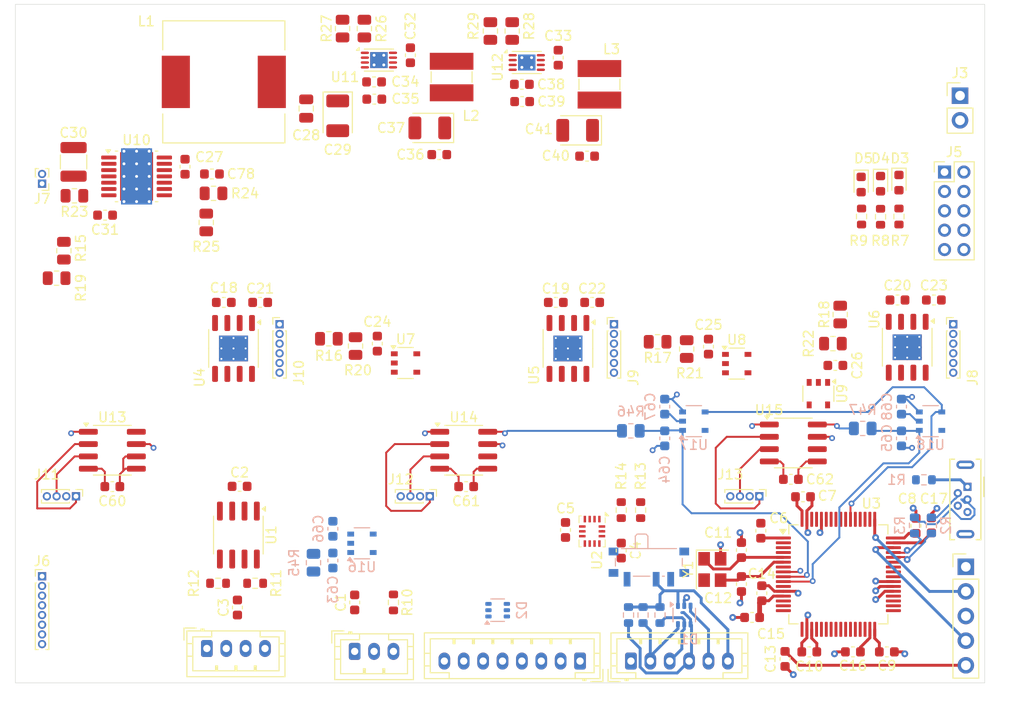
<source format=kicad_pcb>
(kicad_pcb (version 20240108) (generator "pcbnew") (generator_version "8.0")
  (title_block (comment 2 "BREKESHEV BAKTIYAR"))
  (layers (0 "F.Cu" signal) (1 "In1.Cu" signal) (2 "In2.Cu" signal) (31 "B.Cu" signal) (34 "B.Paste" user) (35 "F.Paste" user) (36 "B.SilkS" user "B.Silkscreen") (37 "F.SilkS" user "F.Silkscreen") (38 "B.Mask" user) (39 "F.Mask" user) (44 "Edge.Cuts" user))
  (net 0 "")
  (net 1 "/MCU/SERVO")
  (net 2 "GND")
  (net 3 "+5V")
  (net 4 "Net-(C3-Pad1)")
  (net 5 "VCC")
  (net 6 "Net-(U3-PH0-OSC_IN)")
  (net 7 "Net-(U3-PH1-OSC_OUT)")
  (net 8 "NRST")
  (net 9 "Net-(U3-VCAP1)")
  (net 10 "Net-(U3-VCAP2)")
  (net 11 "/Mosfet driver/HS1")
  (net 12 "Net-(U4-HB)")
  (net 13 "Net-(U5-HB)")
  (net 14 "/Mosfet driver/HS2")
  (net 15 "Net-(U6-HB)")
  (net 16 "/Mosfet driver/HS3")
  (net 17 "+12V")
  (net 18 "Net-(U7-IO_XA)")
  (net 19 "/MCU/VOLTAGE_1")
  (net 20 "Net-(U8-IO_XA)")
  (net 21 "/MCU/VOLTAGE_2")
  (net 22 "Net-(U9-IO_XA)")
  (net 23 "/MCU/VOLTAGE_3")
  (net 24 "Net-(C27-Pad2)")
  (net 25 "Net-(U10-BST)")
  (net 26 "V_IN")
  (net 27 "Net-(U10-SS)")
  (net 28 "Net-(U11-SW)")
  (net 29 "Net-(U11-BOOST)")
  (net 30 "Net-(U12-BOOST)")
  (net 31 "Net-(U12-SW)")
  (net 32 "Net-(U11-VCC)")
  (net 33 "Net-(U12-VCC)")
  (net 34 "/MCU/CURRENT_1")
  (net 35 "/MCU/CURRENT_2")
  (net 36 "/MCU/CURRENT_3")
  (net 37 "Net-(U16-IO_YA)")
  (net 38 "Net-(U17-IO_YA)")
  (net 39 "Net-(U18-IO_YA)")
  (net 40 "/MCU/ADC_TEMP")
  (net 41 "/MCU/ADC_TEMP2")
  (net 42 "/MCU/ADC_TEMP3")
  (net 43 "Net-(U10-VCC)")
  (net 44 "/MCU/HALL_1")
  (net 45 "Net-(P4-Pin_6)")
  (net 46 "/MCU/HALL_3")
  (net 47 "/MCU/TEMP_MOTOR")
  (net 48 "/MCU/HALL_2")
  (net 49 "/MCU/MISO_ADC_EXT2")
  (net 50 "/MCU/RX_SDA_NSS")
  (net 51 "/MCU/ADC_15")
  (net 52 "/MCU/TX_SCL_MOSI")
  (net 53 "/MCU/SCK_ADC_EXT")
  (net 54 "Net-(D3-A)")
  (net 55 "Net-(D4-A)")
  (net 56 "Net-(D5-A)")
  (net 57 "/Mosfet driver/HO1")
  (net 58 "/Mosfet driver/HO2")
  (net 59 "/Mosfet driver/HO3")
  (net 60 "/Mosfet driver/LO1")
  (net 61 "/Mosfet driver/LO2")
  (net 62 "/Mosfet driver/LO3")
  (net 63 "/CAN bus transceiver/CANL")
  (net 64 "/CAN bus transceiver/CANH")
  (net 65 "Net-(J4-Pin_3)")
  (net 66 "PB12")
  (net 67 "PA15")
  (net 68 "PB4")
  (net 69 "PB3")
  (net 70 "PB2")
  (net 71 "PC13")
  (net 72 "PC14")
  (net 75 "PC15")
  (net 76 "SWCLK")
  (net 77 "SWDIO")
  (net 78 "Net-(USB1-VBUS)")
  (net 79 "/MCU/LED_RED")
  (net 80 "/MCU/LED_GREEN")
  (net 81 "/MCU/AN_IN")
  (net 82 "Net-(U10-RON)")
  (net 83 "Net-(U10-FB)")
  (net 84 "Net-(U11-V_FB)")
  (net 85 "Net-(U12-V_FB)")
  (net 86 "/Power MOSFETS/C_A")
  (net 87 "/Power MOSFETS/C_B")
  (net 88 "/Power MOSFETS/C_C")
  (net 89 "/CAN bus transceiver/CAN_TX")
  (net 90 "/CAN bus transceiver/CAN_RX")
  (net 97 "/MCU/H1")
  (net 98 "/MCU/L1")
  (net 99 "/MCU/PC12")
  (net 100 "/MCU/PC11_UART_RX")
  (net 101 "/MCU/H3")
  (net 102 "/MCU/L2")
  (net 103 "/MCU/CURR_FILTER")
  (net 104 "/MCU/PC9")
  (net 105 "/MCU/H2")
  (net 106 "/MCU/PC10_UART_TX")
  (net 107 "/MCU/L3")
  (net 109 "Net-(J11-Pin_1)")
  (net 110 "Net-(J11-Pin_3)")
  (net 111 "Net-(J12-Pin_1)")
  (net 112 "Net-(J12-Pin_3)")
  (net 113 "Net-(J13-Pin_1)")
  (net 114 "Net-(J13-Pin_3)")
  (net 115 "/MCU/USB_D+")
  (net 116 "/MCU/USB_D-")
  (net 117 "/USB_+")
  (net 118 "/USB_-")
  (footprint "Resistor_SMD:R_0603_1608Metric" (layer "F.Cu") (at 120.9 209.3875 -90)
    (property "Reference" "R7")
    (property "Value" "100R")
  )
  (footprint "Resistor_SMD:R_0805_2012Metric" (layer "F.Cu") (at 64.8375 222.75 -90)
    (property "Reference" "R20")
    (property "Value" "2k2")
  )
  (footprint "Capacitor_SMD:C_0603_1608Metric" (layer "F.Cu") (at 64.75 249.2 90)
    (property "Reference" "C1")
    (property "Value" "100n")
  )
  (footprint "Capacitor_SMD:C_0603_1608Metric" (layer "F.Cu") (at 92.25 243.85 90)
    (property "Reference" "C4")
    (property "Value" "100n")
  )
  (footprint "Connector_PinHeader_1.00mm:PinHeader_1x06_P1.00mm_Vertical" (layer "F.Cu") (at 91.5 220.5)
    (property "Reference" "J9")
    (property "Value" "GATE_PH_B")
  )
  (footprint "Resistor_SMD:R_0805_2012Metric" (layer "F.Cu") (at 63.5 190 90)
    (property "Reference" "R27")
    (property "Value" "10k")
  )
  (footprint "Capacitor_SMD:C_0603_1608Metric" (layer "F.Cu") (at 55 218.25)
    (property "Reference" "C21")
    (property "Value" "2.2u")
  )
  (footprint "Capacitor_SMD:C_0603_1608Metric" (layer "F.Cu") (at 47.25 204.25 90)
    (property "Reference" "C27")
    (property "Value" "100n")
  )
  (footprint "Package_LGA:Bosch_LGA-14_3x2.5mm_P0.5mm" (layer "F.Cu") (at 89.245 241.865 -90)
    (property "Reference" "U2")
    (property "Value" "BMI160")
  )
  (footprint "Package_SO:SOIC-8_3.9x4.9mm_P1.27mm" (layer "F.Cu") (at 39.75 233.5)
    (property "Reference" "U13")
    (property "Value" "INA240")
  )
  (footprint "Package_SO:SOIC-8_3.9x4.9mm_P1.27mm" (layer "F.Cu") (at 110 232.75)
    (property "Reference" "U15")
    (property "Value" "INA240")
  )
  (footprint "Capacitor_SMD:C_0603_1608Metric" (layer "F.Cu") (at 105.75 250.75)
    (property "Reference" "C15")
    (property "Value" "2.2u")
  )
  (footprint "Capacitor_SMD:C_0603_1608Metric" (layer "F.Cu") (at 82 195.75)
    (property "Reference" "C38")
    (property "Value" "2.2u")
  )
  (footprint "Capacitor_SMD:C_1210_3225Metric" (layer "F.Cu") (at 35.75 203.75 90)
    (property "Reference" "C30")
    (property "Value" "4.7u_100V")
  )
  (footprint "Capacitor_Tantalum_SMD:CP_EIA-3528-15_AVX-H" (layer "F.Cu") (at 72.5 200.25 180)
    (property "Reference" "C37")
    (property "Value" "100u")
  )
  (footprint "Capacitor_SMD:C_0603_1608Metric" (layer "F.Cu") (at 120.75 218 180)
    (property "Reference" "C20")
    (property "Value" "100n")
  )
  (footprint "Crystal:Crystal_SMD_3225-4Pin_3.2x2.5mm" (layer "F.Cu") (at 101.65 245.8 -90)
    (property "Reference" "Y1")
    (property "Value" "8M")
  )
  (footprint "Package_SO:Infineon_PG-DSO-8-27_3.9x4.9mm_EP2.65x3mm_ThermalVias" (layer "F.Cu") (at 86.75 223 -90)
    (property "Reference" "U5")
    (property "Value" "UCC2721x")
  )
  (footprint "Capacitor_SMD:C_0603_1608Metric" (layer "F.Cu") (at 111.65 254.3)
    (property "Reference" "C10")
    (property "Value" "2.2u")
  )
  (footprint "Resistor_SMD:R_0603_1608Metric" (layer "F.Cu") (at 119 209.4125 -90)
    (property "Reference" "R8")
    (property "Value" "100R")
  )
  (footprint "Resistor_SMD:R_0805_2012Metric" (layer "F.Cu") (at 114.0875 222.5 180)
    (property "Reference" "R22")
    (property "Value" "2k2")
  )
  (footprint "Connector_PinHeader_1.00mm:PinHeader_1x04_P1.00mm_Vertical" (layer "F.Cu") (at 106.5 238.25 -90)
    (property "Reference" "J13")
    (property "Value" "CURR_SENS_PH_C")
  )
  (footprint "Connector_PinHeader_1.00mm:PinHeader_1x08_P1.00mm_Vertical" (layer "F.Cu") (at 32.5 246.5)
    (property "Reference" "J6")
    (property "Value" "TEMP_SENS")
  )
  (footprint "Package_DFN_QFN:TDFN-8-1EP_3x2mm_P0.5mm_EP1.80x1.65mm_ThermalVias" (layer "F.Cu") (at 82.5 193.5)
    (property "Reference" "U12")
    (property "Value" "MCP16311/2")
  )
  (footprint "Capacitor_SMD:C_0603_1608Metric" (layer "F.Cu") (at 85.75 193 -90)
    (property "Reference" "C33")
    (property "Value" "100n")
  )
  (footprint "Resistor_SMD:R_0805_2012Metric" (layer "F.Cu") (at 49.4375 210 90)
    (property "Reference" "R25")
    (property "Value" "2k")
  )
  (footprint "Capacitor_SMD:C_0603_1608Metric" (layer "F.Cu") (at 106.65 241.8 -90)
    (property "Reference" "C6")
    (property "Value" "2.2u")
  )
  (footprint "Connector_USB:USB_Micro-B_Wuerth_614105150721_Vertical" (layer "F.Cu") (at 127.97 237.275 -90)
    (property "Reference" "USB1" (hide yes))
    (property "Value" "USB Micro  U-D-M5DD-W-1")
  )
  (footprint "Capacitor_SMD:C_0603_1608Metric" (layer "F.Cu") (at 124.25 241.25 90)
    (property "Reference" "C17")
    (property "Value" "2.2u")
  )
  (footprint "Capacitor_SMD:C_0603_1608Metric" (layer "F.Cu") (at 85.5 218.25 180)
    (property "Reference" "C19")
    (property "Value" "100n")
  )
  (footprint "Connector_PinHeader_2.54mm:PinHeader_1x05_P2.54mm_Vertical" (layer "F.Cu") (at 127.8 245.525)
    (property "Reference" "P5" (hide yes))
    (property "Value" "SWD")
  )
  (footprint "Package_SO:TSOP-5_1.65x3.05mm_P0.95mm" (layer "F.Cu") (at 104.1625 224.56)
    (property "Reference" "U8")
    (property "Value" "MC74VHC1GT66")
  )
  (footprint "Capacitor_SMD:C_0603_1608Metric" (layer "F.Cu") (at 52.88 237.225)
    (property "Reference" "C2")
    (property "Value" "0.1u")
  )
  (footprint "Connector_PinHeader_1.00mm:PinHeader_1x06_P1.00mm_Vertical" (layer "F.Cu") (at 126.5 220.5)
    (property "Reference" "J8")
    (property "Value" "GATE_PH_C")
  )
  (footprint "Package_SO:HTSSOP-14-1EP_4.4x5mm_P0.65mm_EP3.4x5mm_Mask3x3.1mm_ThermalVias" (layer "F.Cu") (at 42.25 205.25)
    (property "Reference" "U10")
    (property "Value" "LM5161")
  )
  (footprint "Package_QFP:LQFP-64_10x10mm_P0.5mm" (layer "F.Cu") (at 114.65 246.3)
    (property "Reference" "U3")
    (property "Value" "STM32F405RGT6")
  )
  (footprint "Connector_PinHeader_1.00mm:PinHeader_1x02_P1.00mm_Vertical" (layer "F.Cu") (at 32.5 206 180)
    (property "Reference" "J7")
    (property "Value" "V_IN")
  )
  (footprint "Resistor_SMD:R_0805_2012Metric" (layer "F.Cu") (at 99 223.06 -90)
    (property "Reference" "R21")
    (property "Value" "2k2")
  )
  (footprint "Resistor_SMD:R_0805_2012Metric" (layer "F.Cu") (at 50.1875 207)
    (property "Reference" "R24")
    (property "Value" "10k")
  )
  (footprint "Connector_JST:JST_PH_B8B-PH-K_1x08_P2.00mm_Vertical" (layer "F.Cu") (at 88 255.25 180)
    (property "Reference" "J2" (hide yes))
    (property "Value" "Conn_01x08")
  )
  (footprint "Capacitor_SMD:C_0603_1608Metric" (layer "F.Cu") (at 104.65 243.8 90)
    (property "Reference" "C11")
    (property "Value" "15p")
  )
  (footprint "Resistor_SMD:R_0805_2012Metric" (layer "F.Cu") (at 114.8375 219.5 90)
    (property "Reference" "R18")
    (property "Value" "68k")
  )
  (footprint "Resistor_SMD:R_0603_1608Metric" (layer "F.Cu") (at 92.25 239.675 90)
    (property "Reference" "R14")
    (property "Value" "1k")
  )
  (footprint "Resistor_SMD:R_0805_2012Metric" (layer "F.Cu") (at 62.0875 222 180)
    (property "Reference" "R16")
    (property "Value" "68k")
  )
  (footprint "Capacitor_SMD:C_0603_1608Metric" (layer "F.Cu") (at 86.5 241.725 90)
    (property "Reference" "C5")
    (property "Value" "100n")
  )
  (footprint "Package_SO:TSOP-5_1.65x3.05mm_P0.95mm" (layer "F.Cu") (at 112.5875 227.6625 -90)
    (property "Reference" "U9")
    (property "Value" "MC74VHC1GT66")
  )
  (footprint "LED_SMD:LED_0603_1608Metric" (layer "F.Cu") (at 117 206.0875 -90)
    (property "Reference" "D5")
    (property "Value" "BLU")
  )
  (footprint "Capacitor_SMD:C_0603_1608Metric" (layer "F.Cu") (at 67.0875 222.5 -90)
    (property "Reference" "C24")
    (property "Value" "100n")
  )
  (footprint "Capacitor_SMD:C_0603_1608Metric" (layer "F.Cu") (at 111 238.3 180)
    (property "Reference" "C7")
    (property "Value" "2.2u")
  )
  (footprint "Resistor_SMD:R_0805_2012Metric" (layer "F.Cu") (at 34.75 212.9125 -90)
    (property "Reference" "R15")
    (property "Value" "68k")
  )
  (footprint "Capacitor_SMD:C_0603_1608Metric" (layer "F.Cu") (at 89.25 218.25)
    (property "Reference" "C22")
    (property "Value" "2.2u")
  )
  (footprint "Capacitor_SMD:C_0603_1608Metric" (layer "F.Cu") (at 51.25 218.25 180)
    (property "Reference" "C18")
    (property "Value" "100n")
  )
  (footprint "Connector_JST:JST_PH_B6B-PH-K_1x06_P2.00mm_Vertical" (layer "F.Cu") (at 93.25 255.25)
    (property "Reference" "P4" (hide yes))
    (property "Value" "HALL/Encoder")
  )
  (footprint "Capacitor_SMD:C_0603_1608Metric" (layer "F.Cu") (at 116.15 254.3 180)
    (property "Reference" "C16")
    (property "Value" "2.2u")
  )
  (footprint "Resistor_SMD:R_0603_1608Metric" (layer "F.Cu") (at 117.04 209.3875 -90)
    (property "Reference" "R9")
    (property "Value" "2k2")
  )
  (footprint "Capacitor_Tantalum_SMD:CP_EIA-3528-15_AVX-H" (layer "F.Cu") (at 63 199 -90)
    (property "Reference" "C29")
    (property "Value" "22u_16v")
  )
  (footprint "Capacitor_SMD:C_0603_1608Metric" (layer "F.Cu") (at 73.475 203 180)
    (property "Reference" "C36")
    (property "Value" "2.2u")
  )
  (footprint "Connector_PinHeader_1.00mm:PinHeader_1x04_P1.00mm_Vertical" (layer "F.Cu") (at 36 238.25 -90)
    (property "Reference" "J11")
    (property "Value" "CURR_SENS_PH_A")
  )
  (footprint "Capacitor_SMD:C_0603_1608Metric" (layer "F.Cu") (at 88.725 203.1625 180)
    (property "Reference" "C40")
    (property "Value" "2.2u")
  )
  (footprint "Package_SO:TSOP-5_1.65x3.05mm_P0.95mm" (layer "F.Cu") (at 69.9975 224.5)
    (property "Reference" "U7")
    (property "Value" "MC74VHC1GT66")
  )
  (footprint "Connector_PinHeader_1.00mm:PinHeader_1x04_P1.00mm_Vertical" (layer "F.Cu") (at 72.5 238.25 -90)
    (property "Reference" "J12")
    (property "Value" "CURR_SENS_PH_B")
  )
  (footprint "Resistor_SMD:R_0805_2012Metric" (layer "F.Cu") (at 65.75 190 -90)
    (property "Reference" "R26")
    (property "Value" "52.3k")
  )
  (footprint "Capacitor_SMD:C_0603_1608Metric" (layer "F.Cu") (at 114.3375 224.75 180)
    (property "Reference" "C26")
    (property "Value" "100n")
  )
  (footprint "Capacitor_SMD:C_0603_1608Metric" (layer "F.Cu") (at 39.75 237.25 180)
    (property "Reference" "C60")
    (property "Value" "2.2u")
  )
  (footprint "Capacitor_SMD:C_0603_1608Metric" (layer "F.Cu") (at 101.25 222.81 -90)
    (property "Reference" "C25")
    (property "Value" "100n")
  )
  (footprint "Capacitor_SMD:C_0603_1608Metric" (layer "F.Cu") (at 119.65 254.3 180)
    (property "Reference" "C9")
    (property "Value" "2.2u")
  )
  (footprint "Capacitor_SMD:C_0603_1608Metric" (layer "F.Cu") (at 50.025 205)
    (property "Reference" "C78")
    (property "Value" "2.2u")
  )
  (footprint "Capacitor_SMD:C_0805_2012Metric" (layer "F.Cu") (at 59.75 198.25 -90)
    (property "Reference" "C28")
    (property "Value" "2.2u")
  )
  (footprint "Inductor_SMD:L_Ferrocore_DLG-0403" (layer "F.Cu") (at 74.75 195 90)
    (property "Reference" "L2")
    (property "Value" "22u")
  )
  (footprint "Capacitor_SMD:C_0603_1608Metric" (layer "F.Cu") (at 124.5 218)
    (property "Reference" "C23")
    (property "Value" "2.2u")
  )
  (footprint "Package_SO:SOIC-8_3.9x4.9mm_P1.27mm" (layer "F.Cu") (at 52.75 242.25 -90)
    (property "Reference" "U1")
    (property "Value" "TJA1051T/3/1J")
  )
  (footprint "Connector_JST:JST_PH_B4B-PH-K_1x04_P2.00mm_Vertical" (layer "F.Cu") (at 49.5 253.95)
    (property "Reference" "J1" (hide yes))
    (property "Value" "CAN")
  )
  (footprint "Resistor_SMD:R_0603_1608Metric" (layer "F.Cu") (at 54.48 247.225 180)
    (property "Reference" "R11")
    (property "Value" "60")
  )
  (footprint "Capacitor_SMD:C_0603_1608Metric" (layer "F.Cu") (at 109.15 255.025 90)
    (property "Reference" "C13")
    (property "Value" "100n")
  )
  (footprint "Connector_PinHeader_2.00mm:PinHeader_2x05_P2.00mm_Vertical" (layer "F.Cu") (at 125.6 204.8)
    (property "Reference" "J5")
    (property "Value" "UNUSED MCU PINS")
  )
  (footprint "Package_SO:Infineon_PG-DSO-8-27_3.9x4.9mm_EP2.65x3mm_ThermalVias" (layer "F.Cu") (at 52.25 223 -90)
    (property "Reference" "U4")
    (property "Value" "UCC2721x")
  )
  (footprint "Resistor_SMD:R_0805_2012Metric" (layer "F.Cu") (at 96 222.31 180)
    (property "Reference" "R17")
    (property "Value" "68k")
  )
  (footprint "Capacitor_SMD:C_0603_1608Metric" (layer "F.Cu") (at 106.75 248.25 -90)
    (property "Reference" "C14")
    (property "Value" "2.2u")
  )
  (footprint "Capacitor_SMD:C_0603_1608Metric" (layer "F.Cu") (at 66.75 195.5)
    (property "Reference" "C34")
    (property "Value" "2.2u")
  )
  (footprint "Connector_PinHeader_1.00mm:PinHeader_1x06_P1.00mm_Vertical" (layer "F.Cu") (at 57 220.5)
    (property "Reference" "J10")
    (property "Value" "GATE_PH_A")
  )
  (footprint "Capacitor_SMD:C_0603_1608Metric" (layer "F.Cu") (at 82.025 197.53)
    (property "Reference" "C39")
    (property "Value" "2.2u")
  )
  (footprint "Package_SO:Infineon_PG-DSO-8-27_3.9x4.9mm_EP2.65x3mm_ThermalVias" (layer "F.Cu") (at 121.75 222.875 -90)
    (property "Reference" "U6")
    (property "Value" "UCC2721x")
  )
  (footprint "Capacitor_SMD:C_0603_1608Metric" (layer "F.Cu") (at 39 209.25)
    (property "Reference" "C31")
    (property "Value" "10n")
  )
  (footprint "Connector_PinHeader_2.54mm:PinHeader_1x02_P2.54mm_Vertical" (layer "F.Cu") (at 127.2 196.925)
    (property "Reference" "J3")
    (property "Value" "Conn_01x03")
  )
  (footprint "Resistor_SMD:R_0805_2012Metric" (layer "F.Cu") (at 34 215.75)
    (property "Reference" "R19")
    (property "Value" "2.2k")
  )
  (footprint "Package_SO:SOIC-8_3.9x4.9mm_P1.27mm" (layer "F.Cu") (at 76 233.5)
    (property "Reference" "U14")
    (property "Value" "INA240")
  )
  (footprint "Connector_JST:JST_PH_B3B-PH-K_1x03_P2.00mm_Vertical" (layer "F.Cu") (at 64.75 254.25)
    (property "Reference" "J4" (hide yes))
    (property "Value" "Conn_01x03")
  )
  (footprint "Capacitor_SMD:C_0603_1608Metric" (layer "F.Cu") (at 52.655 249.725 90)
    (property "Reference" "C3")
    (property "Value" "1nF")
  )
  (footprint "Capacitor_SMD:C_0603_1608Metric" (layer "F.Cu") (at 70.5 192.75 -90)
    (property "Reference" "C32")
    (property "Value" "100n")
  )
  (footprint "Resistor_SMD:R_0805_2012Metric" (layer "F.Cu") (at 35.8375 207.25 180)
    (property "Reference" "R23")
    (property "Value" "402k")
  )
  (footprint "Resistor_SMD:R_0603_1608Metric" (layer "F.Cu") (at 68.75 249.2 -90)
    (property "Reference" "R10")
    (property "Value" "100R")
  )
  (footprint "LED_SMD:LED_0603_1608Metric" (layer "F.Cu") (at 119 206 -90)
    (property "Reference" "D4")
    (property "Value" "GRN")
  )
  (footprint "Capacitor_Tantalum_SMD:CP_EIA-3528-15_AVX-H" (layer "F.Cu") (at 87.75 200.5 180)
    (property "Reference" "C41")
    (property "Value" "100u")
  )
  (footprint "Resistor_SMD:R_0603_1608Metric" (layer "F.Cu") (at 50.655 247.225 180)
    (property "Reference" "R12")
    (property "Value" "60")
  )
  (footprint "Resistor_SMD:R_0805_2012Metric" (layer "F.Cu") (at 78.75 190.25 90)
    (property "Reference" "R29")
    (property "Value" "10k")
  )
  (footprint "Capacitor_SMD:C_0603_1608Metric" (layer "F.Cu") (at 122.65 241.3 -90)
    (property "Reference" "C8")
    (property "Value" "2.2u")
  )
  (footprint "Resistor_SMD:R_0805_2012Metric" (layer "F.Cu") (at 81 190.25 -90)
    (property "Reference" "R28")
    (property "Value" "33k")
  )
  (footprint "Capacitor_SMD:C_0603_1608Metric" (layer "F.Cu") (at 104.65 247.3 -90)
    (property "Reference" "C12")
    (property "Value" "15p")
  )
  (footprint "LED_SMD:LED_0603_1608Metric" (layer "F.Cu") (at 120.9 205.8875 -90)
    (property "Reference" "D3")
    (property "Value" "RED")
  )
  (footprint "Resistor_SMD:R_0603_1608Metric" (layer "F.Cu") (at 94.25 239.675 -90)
    (property "Reference" "R13")
    (property "Value" "1k")
  )
  (footprint "Capacitor_SMD:C_0603_1608Metric" (layer "F.Cu") (at 76.25 237.25 180)
    (property "Reference" "C61")
    (property "Value" "2.2u")
  )
  (footprint "Capacitor_SMD:C_0603_1608Metric" (layer "F.Cu") (at 109.75 236.5 180)
    (property "Reference" "C62")
    (property "Value" "2.2u")
  )
  (footprint "Inductor_SMD:L_Ferrocore_DLG-0403" (layer "F.Cu") (at 90 195.75 90)
    (property "Reference" "L3")
    (property "Value" "22u")
  )
  (footprint "Package_DFN_QFN:TDFN-8-1EP_3x2mm_P0.5mm_EP1.80x1.65mm_ThermalVias" (layer "F.Cu") (at 67.25 193.25)
    (property "Reference" "U11")
    (property "Value" "MCP16311/2")
  )
  (footprint "Inductor_SMD:L_12x12mm_H8mm" (layer "F.Cu") (at 51.25 195.5 180)
    (property "Reference" "L1")
    (property "Value" "100u")
  )
  (footprint "Capacitor_SMD:C_0603_1608Metric" (layer "F.Cu") (at 66.775 197.28)
    (property "Reference" "C35")
    (property "Value" "2.2u")
  )
  (footprint "Resistor_SMD:R_0603_1608Metric" (layer "B.Cu") (at 93 250.5 -90)
    (property "Reference" "R4" (hide yes))
    (property "Value" "2k2")
  )
  (footprint "Resistor_SMD:R_0603_1608Metric" (layer "B.Cu") (at 94.5 250.5 -90)
    (property "Reference" "R6" (hide yes))
    (property "Value" "2k2")
  )
  (footprint "Capacitor_SMD:C_0603_1608Metric" (layer "B.Cu") (at 121.16 232.275 -90)
    (property "Reference" "C65")
    (property "Value" "1n")
  )
  (footprint "Resistor_SMD:R_0603_1608Metric" (layer "B.Cu") (at 96.25 250.5 -90)
    (property "Reference" "R5" (hide yes))
    (property "Value" "2k2")
  )
  (footprint "Package_TO_SOT_SMD:SOT-363_SC-70-6" (layer "B.Cu") (at 98.75 250.5 -90)
    (property "Reference" "D1")
    (property "Value" " SMF05CT1G")
  )
  (footprint "Package_SO:TSOP-5_1.65x3.05mm_P0.95mm" (layer "B.Cu") (at 65.5 243.1)
    (property "Reference" "U16")
    (property "Value" "MC74VHC1GT66")
  )
  (footprint "Capacitor_SMD:C_0603_1608Metric" (layer "B.Cu") (at 121.16 229 90)
    (property "Reference" "C68")
    (property "Value" "15n")
  )
  (footprint "Resistor_SMD:R_0805_2012Metric" (layer "B.Cu") (at 60.5 245.1 90)
    (property "Reference" "R45")
    (property "Value" "1k")
  )
  (footprint "Capacitor_SMD:C_0603_1608Metric" (layer "B.Cu") (at 96.7375 229 90)
    (property "Reference" "C67")
    (property "Value" "15n")
  )
  (footprint "Resistor_SMD:R_0603_1608Metric" (layer "B.Cu") (at 124.25 241.25 90)
    (property "Reference" "R3")
    (property "Value" "22R")
  )
  (footprint "Resistor_SMD:R_0805_2012Metric" (layer "B.Cu") (at 93.2375 231.5)
    (property "Reference" "R46")
    (property "Value" "1k")
  )
  (footprint "Resistor_SMD:R_0603_1608Metric" (layer "B.Cu") (at 122.5 241.25 90)
    (property "Reference" "R2")
    (property "Value" "22R")
  )
  (footprint "Package_SO:TSOP-5_1.65x3.05mm_P0.95mm" (layer "B.Cu") (at 99.7375 230.5)
    (property "Reference" "U17")
    (property "Value" "MC74VHC1GT66")
  )
  (footprint "Package_SO:TSOP-5_1.65x3.05mm_P0.95mm" (layer "B.Cu") (at 124.16 230.5)
    (property "Reference" "U18")
    (property "Value" "MC74VHC1GT66")
  )
  (footprint "Package_TO_SOT_SMD:SOT-363_SC-70-6" (layer "B.Cu") (at 79.5 250)
    (property "Reference" "D2")
    (property "Value" " SMF05CT1G")
  )
  (footprint "Resistor_SMD:R_0805_2012Metric" (layer "B.Cu") (at 117.16 231.25)
    (property "Reference" "R47")
    (property "Value" "1k")
  )
  (footprint "Capacitor_SMD:C_0603_1608Metric" (layer "B.Cu") (at 62.5 241.6 90)
    (property "Reference" "C66")
    (property "Value" "15n")
  )
  (footprint "Capacitor_SMD:C_0603_1608Metric" (layer "B.Cu") (at 96.7375 232.275 -90)
    (property "Reference" "C64")
    (property "Value" "1n")
  )
  (footprint "Resistor_SMD:R_0603_1608Metric" (layer "B.Cu") (at 123.475 236.55)
    (property "Reference" "R1")
    (property "Value" "22R")
  )
  (footprint "Button_Switch_SMD:SW_SPDT_PCM12" (layer "B.Cu") (at 95.1 245.375)
    (property "Reference" "SW1" (hide yes))
    (property "Value" "SW_Push_SPDT")
  )
  (footprint "Capacitor_SMD:C_0603_1608Metric" (layer "B.Cu") (at 62.5 244.875 -90)
    (property "Reference" "C63")
    (property "Value" "1n")
  )
  (gr_rect (start 29.75 187.5) (end 129.75 257.5) (stroke (width 0.05)) (fill none) (layer "Edge.Cuts"))
  (segment (start 115.375 254.3) (end 114.45 254.3) (width 0.3) (layer "F.Cu") (net 2))
  (segment (start 124.25 240.057561) (end 124.814185 239.493376) (width 0.3) (layer "F.Cu") (net 2))
  (segment (start 43.615 232.865) (end 42.225 232.865) (width 0.2) (layer "F.Cu") (net 2))
  (segment (start 74.655 235.405) (end 75.475 236.225) (width 0.2) (layer "F.Cu") (net 2))
  (segment (start 38.975 235.725) (end 38.975 237.25) (width 0.2) (layer "F.Cu") (net 2))
  (segment (start 111.65 239.5) (end 111.925 239.225) (width 0.3) (layer "F.Cu") (net 2))
  (segment (start 113.865 232.115) (end 112.475 232.115) (width 0.2) (layer "F.Cu") (net 2))
  (segment (start 105.905 230.845) (end 107.525 230.845) (width 0.2) (layer "F.Cu") (net 2))
  (segment (start 104.65 243.025) (end 104.65 242.15) (width 0.3) (layer "F.Cu") (net 2))
  (segment (start 108.975 248.05) (end 108.05 248.05) (width 0.3) (layer "F.Cu") (net 2))
  (segment (start 107.475 247.475) (end 106.75 247.475) (width 0.3) (layer "F.Cu") (net 2))
  (segment (start 122.65 240.525) (end 122.65 239.75825) (width 0.3) (layer "F.Cu") (net 2))
  (segment (start 114.45 254.3) (end 114.25 254.5) (width 0.3) (layer "F.Cu") (net 2))
  (segment (start 108.975 248.05) (end 110.3 248.05) (width 0.3) (layer "F.Cu") (net 2))
  (segment (start 121.5 254.5) (end 121.3 254.3) (width 0.3) (layer "F.Cu") (net 2))
  (segment (start 111.4 241.9) (end 111.5 242) (width 0.3) (layer "F.Cu") (net 2))
  (segment (start 35.655 231.595) (end 37.275 231.595) (width 0.2) (layer "F.Cu") (net 2))
  (segment (start 104.975 250.75) (end 103.75 250.75) (width 0.3) (layer "F.Cu") (net 2))
  (segment (start 111.4 239.74688) (end 111.64688 239.5) (width 0.3) (layer "F.Cu") (net 2))
  (segment (start 109.15 255.8) (end 110 256.65) (width 0.3) (layer "F.Cu") (net 2))
  (segment (start 111.15312 253.1) (end 111.15 253.1) (width 0.3) (layer "F.Cu") (net 2))
  (segment (start 108.05 248.05) (end 107.475 247.475) (width 0.3) (layer "F.Cu") (net 2))
  (segment (start 102.5 244.7) (end 102.5 243.25) (width 0.3) (layer "F.Cu") (net 2))
  (segment (start 124.25 240.475) (end 124.25 240.057561) (width 0.3) (layer "F.Cu") (net 2))
  (segment (start 108.655 234.655) (end 108.975 234.975) (width 0.2) (layer "F.Cu") (net 2))
  (segment (start 122.65 239.75825) (end 122.36675 239.475) (width 0.3) (layer "F.Cu") (net 2))
  (segment (start 75.475 236.225) (end 75.475 237.25) (width 0.2) (layer "F.Cu") (net 2))
  (segment (start 44 233.25) (end 43.615 232.865) (width 0.2) (layer "F.Cu") (net 2))
  (segment (start 105.75 231) (end 105.905 230.845) (width 0.2) (layer "F.Cu") (net 2))
  (segment (start 111.4 250.6) (end 111.5 250.5) (width 0.3) (layer "F.Cu") (net 2))
  (segment (start 114 232.25) (end 113.865 232.115) (width 0.2) (layer "F.Cu") (net 2))
  (segment (start 111.15 253.1) (end 110.875 253.375) (width 0.3) (layer "F.Cu") (net 2))
  (segment (start 35.5 231.75) (end 35.655 231.595) (width 0.2) (layer "F.Cu") (net 2))
  (segment (start 72.155 231.595) (end 73.525 231.595) (width 0.2) (layer "F.Cu") (net 2))
  (segment (start 111.4 251.975) (end 111.4 252.85312) (width 0.3) (layer "F.Cu") (net 2))
  (segment (start 107.525 234.655) (end 108.655 234.655) (width 0.2) (layer "F.Cu") (net 2))
  (segment (start 79.865 232.865) (end 78.475 232.865) (width 0.2) (layer "F.Cu") (net 2))
  (segment (start 104.65 242.15) (end 104.5 242) (width 0.3) (layer "F.Cu") (net 2))
  (segment (start 80 233) (end 79.865 232.865) (width 0.2) (layer "F.Cu") (net 2))
  (segment (start 111.64688 239.5) (end 111.65 239.5) (width 0.3) (layer "F.Cu") (net 2))
  (segment (start 111.4 252.85312) (end 111.15312 253.1) (width 0.3) (layer "F.Cu") (net 2))
  (segment (start 111.4 240.625) (end 111.4 241.9) (width 0.3) (layer "F.Cu") (net 2))
  (segment (start 112.9 240.625) (end 112.9 241.85) (width 0.3) (layer "F.Cu") (net 2))
  (segment (start 110.875 253.375) (end 110.875 254.3) (width 0.3) (layer "F.Cu") (net 2))
  (segment (start 72 231.75) (end 72.155 231.595) (width 0.2) (layer "F.Cu") (net 2))
  (segment (start 37.275 235.405) (end 38.655 235.405) (width 0.2) (layer "F.Cu") (net 2))
  (segment (start 111.4 240.625) (end 111.4 239.74688) (width 0.3) (layer "F.Cu") (net 2))
  (segment (start 111.925 239.225) (end 111.925 238.3) (width 0.3) (layer "F.Cu") (net 2))
  (segment (start 73.525 235.405) (end 74.655 235.405) (width 0.2) (layer "F.Cu") (net 2))
  (segment (start 104.65 248.075) (end 104.65 249.1) (width 0.3) (layer "F.Cu") (net 2))
  (segment (start 104.65 249.1) (end 104.5 249.25) (width 0.3) (layer "F.Cu") (net 2))
  (segment (start 121.3 254.3) (end 120.425 254.3) (width 0.3) (layer "F.Cu") (net 2))
  (segment (start 111.4 251.975) (end 111.4 250.6) (width 0.3) (layer "F.Cu") (net 2))
  (segment (start 108.975 234.975) (end 108.975 236.5) (width 0.2) (layer "F.Cu") (net 2))
  (segment (start 110.3 248.05) (end 110.5 248.25) (width 0.3) (layer "F.Cu") (net 2))
  (segment (start 38.655 235.405) (end 38.975 235.725) (width 0.2) (layer "F.Cu") (net 2))
  (segment (start 112.9 241.85) (end 112.75 242) (width 0.3) (layer "F.Cu") (net 2))
  (via (at 104.5 242) (size 0.7) (drill 0.3) (layers "F.Cu" "B.Cu") (net 2))
  (via (at 110.5 248.25) (size 0.7) (drill 0.3) (layers "F.Cu" "B.Cu") (net 2))
  (via (at 35.5 231.75) (size 0.6) (drill 0.3) (layers "F.Cu" "B.Cu") (net 2))
  (via (at 110 256.65) (size 0.7) (drill 0.3) (layers "F.Cu" "B.Cu") (net 2))
  (via (at 102.5 243.25) (size 0.7) (drill 0.3) (layers "F.Cu" "B.Cu") (net 2))
  (via (at 122.25 233.25) (size 0.6) (drill 0.3) (layers "F.Cu" "B.Cu") (net 2))
  (via (at 99 248.7) (size 0.7) (drill 0.3) (layers "F.Cu" "B.Cu") (net 2))
  (via (at 111.5 242) (size 0.7) (drill 0.3) (layers "F.Cu" "B.Cu") (net 2))
  (via (at 114.25 254.5) (size 0.7) (drill 0.3) (layers "F.Cu" "B.Cu") (net 2))
  (via (at 97.9875 227.75) (size 0.6) (drill 0.3) (layers "F.Cu" "B.Cu") (net 2))
  (via (at 122.25 228) (size 0.6) (drill 0.3) (layers "F.Cu" "B.Cu") (net 2))
  (via (at 124.814185 239.493376) (size 0.7) (drill 0.3) (layers "F.Cu" "B.Cu") (net 2))
  (via (at 44 233.25) (size 0.6) (drill 0.3) (layers "F.Cu" "B.Cu") (net 2))
  (via (at 121.5 254.5) (size 0.7) (drill 0.3) (layers "F.Cu" "B.Cu") (net 2))
  (via (at 72 231.75) (size 0.6) (drill 0.3) (layers "F.Cu" "B.Cu") (net 2))
  (via (at 104.5 249.25) (size 0.7) (drill 0.3) (layers "F.Cu" "B.Cu") (net 2))
  (via (at 103.75 250.75) (size 0.7) (drill 0.3) (layers "F.Cu" "B.Cu") (net 2))
  (via (at 80 233) (size 0.6) (drill 0.3) (layers "F.Cu" "B.Cu") (net 2))
  (via (at 122.36675 239.475) (size 0.7) (drill 0.3) (layers "F.Cu" "B.Cu") (net 2))
  (via (at 111.5 250.5) (size 0.7) (drill 0.3) (layers "F.Cu" "B.Cu") (net 2))
  (via (at 112.75 242) (size 0.7) (drill 0.3) (layers "F.Cu" "B.Cu") (net 2))
  (via (at 95.4875 233.5) (size 0.6) (drill 0.3) (layers "F.Cu" "B.Cu") (net 2))
  (via (at 105.75 231) (size 0.6) (drill 0.3) (layers "F.Cu" "B.Cu") (net 2))
  (via (at 114 232.25) (size 0.6) (drill 0.3) (layers "F.Cu" "B.Cu") (net 2))
  (segment (start 96.7375 233.05) (end 95.9375 233.05) (width 0.2) (layer "B.Cu") (net 2))
  (segment (start 98.75 248.95) (end 99 248.7) (width 0.3) (layer "B.Cu") (net 2))
  (segment (start 122.25 228) (end 121.385 228) (width 0.2) (layer "B.Cu") (net 2))
  (segment (start 121.675 228.225) (end 121.16 228.225) (width 0.2) (layer "B.Cu") (net 2))
  (segment (start 121.36 233.25) (end 121.16 233.05) (width 0.2) (layer "B.Cu") (net 2))
  (segment (start 121.385 228) (end 121.16 228.225) (width 0.2) (layer "B.Cu") (net 2))
  (segment (start 96.7375 228.225) (end 97.5125 228.225) (width 0.2) (layer "B.Cu") (net 2))
  (segment (start 95.9375 233.05) (end 95.4875 233.5) (width 0.2) (layer "B.Cu") (net 2))
  (segment (start 98.5775 229.34) (end 97.4625 228.225) (width 0.2) (layer "B.Cu") (net 2))
  (segment (start 98.5775 229.55) (end 98.5775 229.34) (width 0.2) (layer "B.Cu") (net 2))
  (segment (start 123 229.55) (end 121.675 228.225) (width 0.2) (layer "B.Cu") (net 2))
  (segment (start 97.4625 228.225) (end 96.7375 228.225) (width 0.2) (layer "B.Cu") (net 2))
  (segment (start 122.25 233.25) (end 121.36 233.25) (width 0.2) (layer "B.Cu") (net 2))
  (segment (start 97.5125 228.225) (end 97.9875 227.75) (width 0.2) (layer "B.Cu") (net 2))
  (segment (start 98.75 249.55) (end 98.75 248.95) (width 0.3) (layer "B.Cu") (net 2))
  (segment (start 121.925 242.075) (end 122.65 242.075) (width 0.3) (layer "F.Cu") (net 5))
  (segment (start 41.115 234.135) (end 40.875 234.375) (width 0.2) (layer "F.Cu") (net 5))
  (segment (start 40.875 234.375) (end 40.875 235.625) (width 0.2) (layer "F.Cu") (net 5))
  (segment (start 112.425 253.425) (end 112.425 254.3) (width 0.3) (layer "F.Cu") (net 5))
  (segment (start 42.225 235.405) (end 41.095 235.405) (width 0.2) (layer "F.Cu") (net 5))
  (segment (start 107.475 249.025) (end 106.75 249.025) (width 0.3) (layer "F.Cu") (net 5))
  (segment (start 106.525 249.25) (end 106.75 249.025) (width 0.5) (layer "F.Cu") (net 5))
  (segment (start 41.095 235.405) (end 40.875 235.625) (width 0.2) (layer "F.Cu") (net 5))
  (segment (start 110.9 240.625) (end 110.9 239.75) (width 0.3) (layer "F.Cu") (net 5))
  (segment (start 121.45 242.55) (end 121.925 242.075) (width 0.3) (layer "F.Cu") (net 5))
  (segment (start 111.9 251.975) (end 111.9 252.9) (width 0.3) (layer "F.Cu") (net 5))
  (segment (start 106.675 242.55) (end 106.65 242.575) (width 0.3) (layer "F.Cu") (net 5))
  (segment (start 111.345 234.655) (end 110.525 235.475) (width 0.2) (layer "F.Cu") (net 5))
  (segment (start 77.025 235.725) (end 77.025 237.25) (width 0.2) (layer "F.Cu") (net 5))
  (segment (start 118.4 251.975) (end 118.4 252.9) (width 0.3) (layer "F.Cu") (net 5))
  (segment (start 108.975 242.55) (end 106.675 242.55) (width 0.3) (layer "F.Cu") (net 5))
  (segment (start 40.525 235.975) (end 40.525 237.25) (width 0.2) (layer "F.Cu") (net 5))
  (segment (start 118.875 253.375) (end 118.875 254.3) (width 0.3) (layer "F.Cu") (net 5))
  (segment (start 110.9 239.75) (end 110.375 239.225) (width 0.3) (layer "F.Cu") (net 5))
  (segment (start 77.345 235.405) (end 77.025 235.725) (width 0.2) (layer "F.Cu") (net 5))
  (segment (start 112.475 234.655) (end 111.345 234.655) (width 0.2) (layer "F.Cu") (net 5))
  (segment (start 78.475 235.405) (end 77.345 235.405) (width 0.2) (layer "F.Cu") (net 5))
  (segment (start 106.525 250.75) (end 106.525 249.25) (width 0.5) (layer "F.Cu") (net 5))
  (segment (start 108.975 248.55) (end 107.95 248.55) (width 0.3) (layer "F.Cu") (net 5))
  (segment (start 120.325 242.55) (end 121.45 242.55) (width 0.3) (layer "F.Cu") (net 5))
  (segment (start 110.525 235.475) (end 110.525 236.5) (width 0.2) (layer "F.Cu") (net 5))
  (segment (start 110.375 239.225) (end 110.375 238.3) (width 0.3) (layer "F.Cu") (net 5))
  (segment (start 42.225 234.135) (end 41.115 234.135) (width 0.2) (layer "F.Cu") (net 5))
  (segment (start 118.4 252.9) (end 118.875 253.375) (width 0.3) (layer "F.Cu") (net 5))
  (segment (start 111.9 252.9) (end 112.425 253.425) (width 0.3) (layer "F.Cu") (net 5))
  (segment (start 40.875 235.625) (end 40.525 235.975) (width 0.2) (layer "F.Cu") (net 5))
  (segment (start 107.95 248.55) (end 107.475 249.025) (width 0.3) (layer "F.Cu") (net 5))
  (segment (start 104.65 244.575) (end 103.475 245.75) (width 0.3) (layer "F.Cu") (net 6))
  (segment (start 104.65 244.575) (end 104.675 244.55) (width 0.3) (layer "F.Cu") (net 6))
  (segment (start 100.8 244.8) (end 100.8 244.7) (width 0.3) (layer "F.Cu") (net 6))
  (segment (start 101.75 245.75) (end 100.8 244.8) (width 0.3) (layer "F.Cu") (net 6))
  (segment (start 104.675 244.55) (end 108.975 244.55) (width 0.3) (layer "F.Cu") (net 6))
  (segment (start 103.475 245.75) (end 101.75 245.75) (width 0.3) (layer "F.Cu") (net 6))
  (segment (start 108.975 245.05) (end 108 245.05) (width 0.3) (layer "F.Cu") (net 7))
  (segment (start 108 245.05) (end 106.525 246.525) (width 0.3) (layer "F.Cu") (net 7))
  (segment (start 104.275 246.9) (end 104.65 246.525) (width 0.3) (layer "F.Cu") (net 7))
  (segment (start 106.525 246.525) (end 104.65 246.525) (width 0.3) (layer "F.Cu") (net 7))
  (segment (start 102.5 246.9) (end 104.275 246.9) (width 0.3) (layer "F.Cu") (net 7))
  (segment (start 110.585 255.685) (end 109.15 254.25) (width 0.3) (layer "F.Cu") (net 8))
  (segment (start 127.8 255.685) (end 110.585 255.685) (width 0.3) (layer "F.Cu") (net 8))
  (segment (start 116.925 253.825) (end 116.925 254.3) (width 0.3) (layer "F.Cu") (net 9))
  (segment (start 117.9 252.85312) (end 117.65312 253.1) (width 0.3) (layer "F.Cu") (net 9))
  (segment (start 117.65312 253.1) (end 117.65 253.1) (width 0.3) (layer "F.Cu") (net 9))
  (segment (start 117.9 251.975) (end 117.9 252.85312) (width 0.3) (layer "F.Cu") (net 9))
  (segment (start 117.65 253.1) (end 116.925 253.825) (width 0.3) (layer "F.Cu") (net 9))
  (segment (start 120.325 243.05) (end 121.8 243.05) (width 0.3) (layer "F.Cu") (net 10))
  (segment (start 124.25 242.025) (end 123.225 243.05) (width 0.3) (layer "F.Cu") (net 10))
  (segment (start 123.225 243.05) (end 121.8 243.05) (width 0.3) (layer "F.Cu") (net 10))
  (segment (start 110.724647 245.933901) (end 110.608548 246.05) (width 0.2) (layer "F.Cu") (net 34))
  (segment (start 110.608548 246.05) (end 108.975 246.05) (width 0.2) (layer "F.Cu") (net 34))
  (via (at 110.724647 245.933901) (size 0.6) (drill 0.3) (layers "F.Cu" "B.Cu") (net 34))
  (segment (start 111.4 246.362741) (end 111.212741 246.55) (width 0.2) (layer "F.Cu") (net 35))
  (segment (start 111.212741 246.55) (end 108.975 246.55) (width 0.2) (layer "F.Cu") (net 35))
  (via (at 111.4 246.362741) (size 0.6) (drill 0.3) (layers "F.Cu" "B.Cu") (net 35))
  (segment (start 94.15 231.5) (end 96.7375 231.5) (width 0.2) (layer "B.Cu") (net 35))
  (segment (start 111.5 242.919239) (end 108.580761 240) (width 0.2) (layer "B.Cu") (net 35))
  (segment (start 98.5775 239.0775) (end 98.5775 231.45) (width 0.2) (layer "B.Cu") (net 35))
  (segment (start 111.4 246.362741) (end 111.5 246.262741) (width 0.2) (layer "B.Cu") (net 35))
  (segment (start 99.5 240) (end 98.5775 239.0775) (width 0.2) (layer "B.Cu") (net 35))
  (segment (start 96.7875 231.45) (end 96.7375 231.5) (width 0.2) (layer "B.Cu") (net 35))
  (segment (start 111.5 246.262741) (end 111.5 242.919239) (width 0.2) (layer "B.Cu") (net 35))
  (segment (start 108.580761 240) (end 99.5 240) (width 0.2) (layer "B.Cu") (net 35))
  (segment (start 98.5775 231.45) (end 96.7875 231.45) (width 0.2) (layer "B.Cu") (net 35))
  (segment (start 112 247) (end 111.95 247.05) (width 0.2) (layer "F.Cu") (net 36))
  (segment (start 111.95 247.05) (end 108.975 247.05) (width 0.2) (layer "F.Cu") (net 36))
  (via (at 112 247) (size 0.6) (drill 0.3) (layers "F.Cu" "B.Cu") (net 36))
  (segment (start 121.16 231.5) (end 118.3225 231.5) (width 0.2) (layer "B.Cu") (net 36))
  (segment (start 112 245.25) (end 114.75 242.5) (width 0.2) (layer "B.Cu") (net 36))
  (segment (start 112 247) (end 112 245.25) (width 0.2) (layer "B.Cu") (net 36))
  (segment (start 114.75 239.401471) (end 119.301471 234.85) (width 0.2) (layer "B.Cu") (net 36))
  (segment (start 122.95 231.5) (end 123 231.45) (width 0.2) (layer "B.Cu") (net 36))
  (segment (start 121.16 231.5) (end 122.95 231.5) (width 0.2) (layer "B.Cu") (net 36))
  (segment (start 121.9 234.85) (end 123 233.75) (width 0.2) (layer "B.Cu") (net 36))
  (segment (start 118.3225 231.5) (end 118.0725 231.25) (width 0.2) (layer "B.Cu") (net 36))
  (segment (start 114.75 242.5) (end 114.75 239.401471) (width 0.2) (layer "B.Cu") (net 36))
  (segment (start 123 233.75) (end 123 231.45) (width 0.2) (layer "B.Cu") (net 36))
  (segment (start 119.301471 234.85) (end 121.9 234.85) (width 0.2) (layer "B.Cu") (net 36))
  (segment (start 97.2625 229.775) (end 96.7375 229.775) (width 0.2) (layer "B.Cu") (net 38))
  (segment (start 97.9875 230.5) (end 97.2625 229.775) (width 0.2) (layer "B.Cu") (net 38))
  (segment (start 98.5775 230.5) (end 97.9875 230.5) (width 0.2) (layer "B.Cu") (net 38))
  (segment (start 123 230.5) (end 122.75 230.5) (width 0.2) (layer "B.Cu") (net 39))
  (segment (start 122.75 230.5) (end 122.025 229.775) (width 0.2) (layer "B.Cu") (net 39))
  (segment (start 122.025 229.775) (end 121.16 229.775) (width 0.2) (layer "B.Cu") (net 39))
  (segment (start 120.325 248.05) (end 119.44688 248.05) (width 0.3) (layer "F.Cu") (net 44))
  (segment (start 119.44688 248.05) (end 118.596877 248.900003) (width 0.3) (layer "F.Cu") (net 44))
  (segment (start 118.596877 248.900003) (end 118.5 248.900003) (width 0.3) (layer "F.Cu") (net 44))
  (via (at 118.5 248.900003) (size 0.7) (drill 0.3) (layers "F.Cu" "B.Cu") (net 44))
  (segment (start 94.806497 256.475) (end 94.2 255.868503) (width 0.3) (layer "B.Cu") (net 44))
  (segment (start 94.2 253.95) (end 93 252.75) (width 0.3) (layer "B.Cu") (net 44))
  (segment (start 98.025 256.475) (end 94.806497 256.475) (width 0.3) (layer "B.Cu") (net 44))
  (segment (start 99.4 251.45) (end 99.4 250.942894) (width 0.3) (layer "B.Cu") (net 44))
  (segment (start 99.5 255) (end 99.5 252) (width 0.3) (layer "B.Cu") (net 44))
  (segment (start 98.707106 250.25) (end 98.5 250.25) (width 0.3) (layer "B.Cu") (net 44))
  (segment (start 93 252.75) (end 93 251.325) (width 0.3) (layer "B.Cu") (net 44))
  (segment (start 99.25 255.25) (end 99.5 255) (width 0.3) (layer "B.Cu") (net 44))
  (segment (start 99.5 251.55) (end 99.4 251.45) (width 0.3) (layer "B.Cu") (net 44))
  (segment (start 99.25 255.25) (end 98.025 256.475) (width 0.3) (layer "B.Cu") (net 44))
  (segment (start 94.2 255.868503) (end 94.2 253.95) (width 0.3) (layer "B.Cu") (net 44))
  (segment (start 99.5 252) (end 99.5 251.55) (width 0.3) (layer "B.Cu") (net 44))
  (segment (start 99.4 250.942894) (end 98.707106 250.25) (width 0.3) (layer "B.Cu") (net 44))
  (segment (start 98.1 248.1) (end 98.1 249.55) (width 0.3) (layer "B.Cu") (net 45))
  (segment (start 95.85 247.205) (end 96.645 248) (width 0.3) (layer "B.Cu") (net 45))
  (segment (start 96.25 248.395) (end 96.645 248) (width 0.3) (layer "B.Cu") (net 45))
  (segment (start 96.25 249.675) (end 96.25 248.395) (width 0.3) (layer "B.Cu") (net 45))
  (segment (start 95.85 246.805) (end 95.85 247.205) (width 0.3) (layer "B.Cu") (net 45))
  (segment (start 96.645 248) (end 99.75 248) (width 0.3) (layer "B.Cu") (net 45))
  (segment (start 99.75 248) (end 100.5 248.75) (width 0.3) (layer "B.Cu") (net 45))
  (segment (start 100.5 249.25) (end 103.25 252) (width 0.3) (layer "B.Cu") (net 45))
  (segment (start 93.75 249.675) (end 96.25 249.675) (width 0.3) (layer "B.Cu") (net 45))
  (segment (start 93 249.675) (end 94.5 249.675) (width 0.3) (layer "B.Cu") (net 45))
  (segment (start 103.25 252) (end 103.25 255.25) (width 0.3) (layer "B.Cu") (net 45))
  (segment (start 100.5 248.75) (end 100.5 249.25) (width 0.3) (layer "B.Cu") (net 45))
  (segment (start 118.55 247.05) (end 120.325 247.05) (width 0.3) (layer "F.Cu") (net 46))
  (segment (start 118.5 247) (end 118.55 247.05) (width 0.3) (layer "F.Cu") (net 46))
  (via (at 118.5 247) (size 0.7) (drill 0.3) (layers "F.Cu" "B.Cu") (net 46))
  (segment (start 98.1 251.9) (end 98.1 251.45) (width 0.3) (layer "B.Cu") (net 46))
  (segment (start 95.25 252.075) (end 95.25 255.25) (width 0.3) (layer "B.Cu") (net 46))
  (segment (start 94.5 251.325) (end 95.25 252.075) (width 0.3) (layer "B.Cu") (net 46))
  (segment (start 95.25 254.75) (end 98.1 251.9) (width 0.3) (layer "B.Cu") (net 46))
  (segment (start 95.25 255.25) (end 95.25 254.75) (width 0.3) (layer "B.Cu") (net 46))
  (segment (start 101.25 255.25) (end 101.25 252) (width 0.3) (layer "B.Cu") (net 47))
  (segment (start 101.25 252) (end 99.4 250.15) (width 0.3) (layer "B.Cu") (net 47))
  (segment (start 99.4 250.15) (end 99.4 249.55) (width 0.3) (layer "B.Cu") (net 47))
  (segment (start 120.325 247.55) (end 118.95 247.55) (width 0.3) (layer "F.Cu") (net 48))
  (segment (start 118.95 247.55) (end 118.5 248) (width 0.3) (layer "F.Cu") (net 48))
  (via (at 118.5 248) (size 0.7) (drill 0.3) (layers "F.Cu" "B.Cu") (net 48))
  (segment (start 97.25 255.25) (end 98.5 254) (width 0.3) (layer "B.Cu") (net 48))
  (segment (start 98.5 254) (end 98.5 252.207107) (width 0.3) (layer "B.Cu") (net 48))
  (segment (start 98.5 252.207107) (end 98.75 251.957107) (width 0.3) (layer "B.Cu") (net 48))
  (segment (start 98.525 250.775) (end 96.8 250.775) (width 0.3) (layer "B.Cu") (net 48))
  (segment (start 98.75 251.957107) (end 98.75 251.45) (width 0.3) (layer "B.Cu") (net 48))
  (segment (start 98.75 251.45) (end 98.75 251) (width 0.3) (layer "B.Cu") (net 48))
  (segment (start 98.75 251) (end 98.525 250.775) (width 0.3) (layer "B.Cu") (net 48))
  (segment (start 96.8 250.775) (end 96.25 251.325) (width 0.3) (layer "B.Cu") (net 48))
  (segment (start 90.2575 241.865) (end 90.2975 241.825) (width 0.2) (layer "F.Cu") (net 67))
  (segment (start 118.4 242.41495) (end 118.4 240.625) (width 0.3) (layer "F.Cu") (net 76))
  (segment (start 118.492525 242.507475) (end 118.4 242.41495) (width 0.3) (layer "F.Cu") (net 76))
  (via (at 118.492525 242.507475) (size 0.7) (drill 0.3) (layers "F.Cu" "B.Cu") (net 76))
  (segment (start 118.492525 242.507475) (end 124.05005 248.065) (width 0.3) (layer "B.Cu") (net 76))
  (segment (start 124.05005 248.065) (end 127.8 248.065) (width 0.3) (layer "B.Cu") (net 76))
  (segment (start 118.7 243.55) (end 118.5 243.75) (width 0.3) (layer "F.Cu") (net 77))
  (segment (start 120.325 243.55) (end 118.7 243.55) (width 0.3) (layer "F.Cu") (net 77))
  (via (at 118.5 243.75) (size 0.7) (drill 0.3) (layers "F.Cu" "B.Cu") (net 77))
  (segment (start 118.5 243.75) (end 118.5 243.845) (width 0.3) (layer "B.Cu") (net 77))
  (segment (start 118.5 243.845) (end 127.8 253.145) (width 0.3) (layer "B.Cu") (net 77))
  (segment (start 127.97 237.275) (end 127.245 236.55) (width 0.3) (layer "B.Cu") (net 78))
  (segment (start 127.245 236.55) (end 124.3 236.55) (width 0.3) (layer "B.Cu") (net 78))
  (segment (start 80.095 231.595) (end 80.25 231.75) (width 0.2) (layer "F.Cu") (net 87))
  (segment (start 78.475 231.595) (end 80.095 231.595) (width 0.2) (layer "F.Cu") (net 87))
  (via (at 80.25 231.75) (size 0.6) (drill 0.3) (layers "F.Cu" "B.Cu") (net 87))
  (segment (start 92.325 231.5) (end 80.5 231.5) (width 0.2) (layer "B.Cu") (net 87))
  (segment (start 80.5 231.5) (end 80.25 231.75) (width 0.2) (layer "B.Cu") (net 87))
  (segment (start 112.475 230.845) (end 114.345 230.845) (width 0.2) (layer "F.Cu") (net 88))
  (segment (start 114.345 230.845) (end 114.5 231) (width 0.2) (layer "F.Cu") (net 88))
  (via (at 114.5 231) (size 0.6) (drill 0.3) (layers "F.Cu" "B.Cu") (net 88))
  (segment (start 114.75 231.25) (end 114.5 231) (width 0.2) (layer "B.Cu") (net 88))
  (segment (start 116.2475 231.25) (end 114.75 231.25) (width 0.2) (layer "B.Cu") (net 88))
  (segment (start 115.9 240.625) (end 115.9 239.1) (width 0.2) (layer "F.Cu") (net 103))
  (segment (start 115.9 239.1) (end 116 239) (width 0.2) (layer "F.Cu") (net 103))
  (via (at 116 239) (size 0.6) (drill 0.3) (layers "F.Cu" "B.Cu") (net 103))
  (segment (start 123.5 227) (end 120.25 227) (width 0.2) (layer "B.Cu") (net 103))
  (segment (start 116 239) (end 119.75 235.25) (width 0.2) (layer "B.Cu") (net 103))
  (segment (start 124.7 229.55) (end 125.32 229.55) (width 0.2) (layer "B.Cu") (net 103))
  (segment (start 125.32 228.82) (end 123.5 227) (width 0.2) (layer "B.Cu") (net 103))
  (segment (start 124.25 233.25) (end 124.25 230) (width 0.2) (layer "B.Cu") (net 103))
  (segment (start 124.25 230) (end 124.7 229.55) (width 0.2) (layer "B.Cu") (net 103))
  (segment (start 122.25 235.25) (end 124.25 233.25) (width 0.2) (layer "B.Cu") (net 103))
  (segment (start 119.75 235.25) (end 122.25 235.25) (width 0.2) (layer "B.Cu") (net 103))
  (segment (start 125.32 229.55) (end 125.32 228.82) (width 0.2) (layer "B.Cu") (net 103))
  (segment (start 117.7 229.55) (end 100.8975 229.55) (width 0.2) (layer "B.Cu") (net 103))
  (segment (start 120.25 227) (end 117.7 229.55) (width 0.2) (layer "B.Cu") (net 103))
  (segment (start 36 238.25) (end 36 238.875) (width 0.2) (layer "F.Cu") (net 109))
  (segment (start 32 236.75) (end 35.885 232.865) (width 0.2) (layer "F.Cu") (net 109))
  (segment (start 35.885 232.865) (end 37.275 232.865) (width 0.2) (layer "F.Cu") (net 109))
  (segment (start 32 239.5) (end 32 236.75) (width 0.2) (layer "F.Cu") (net 109))
  (segment (start 35.375 239.5) (end 32 239.5) (width 0.2) (layer "F.Cu") (net 109))
  (segment (start 36 238.875) (end 35.375 239.5) (width 0.2) (layer "F.Cu") (net 109))
  (segment (start 34 236) (end 35.865 234.135) (width 0.2) (layer "F.Cu") (net 110))
  (segment (start 35.865 234.135) (end 37.275 234.135) (width 0.2) (layer "F.Cu") (net 110))
  (segment (start 34 238.25) (end 34 236) (width 0.2) (layer "F.Cu") (net 110))
  (segment (start 68 239.25) (end 68 233.75) (width 0.2) (layer "F.Cu") (net 111))
  (segment (start 71.625 239.75) (end 68.5 239.75) (width 0.2) (layer "F.Cu") (net 111))
  (segment (start 68.5 239.75) (end 68 239.25) (width 0.2) (layer "F.Cu") (net 111))
  (segment (start 68 233.75) (end 68.885 232.865) (width 0.2) (layer "F.Cu") (net 111))
  (segment (start 68.885 232.865) (end 73.525 232.865) (width 0.2) (layer "F.Cu") (net 111))
  (segment (start 72.5 238.25) (end 72.5 238.875) (width 0.2) (layer "F.Cu") (net 111))
  (segment (start 72.5 238.875) (end 71.625 239.75) (width 0.2) (layer "F.Cu") (net 111))
  (segment (start 71.865 234.135) (end 73.525 234.135) (width 0.2) (layer "F.Cu") (net 112))
  (segment (start 70.5 238.25) (end 70.5 235.5) (width 0.2) (layer "F.Cu") (net 112))
  (segment (start 70.5 235.5) (end 71.865 234.135) (width 0.2) (layer "F.Cu") (net 112))
  (segment (start 106.5 239) (end 106 239.5) (width 0.2) (layer "F.Cu") (net 113))
  (segment (start 102 239) (end 102 233.25) (width 0.2) (layer "F.Cu") (net 113))
  (segment (start 106.5 238.25) (end 106.5 239) (width 0.2) (layer "F.Cu") (net 113))
  (segment (start 102.5 239.5) (end 102 239) (width 0.2) (layer "F.Cu") (net 113))
  (segment (start 102 233.25) (end 103.135 232.115) (width 0.2) (layer "F.Cu") (net 113))
  (segment (start 106 239.5) (end 102.5 239.5) (width 0.2) (layer "F.Cu") (net 113))
  (segment (start 103.135 232.115) (end 107.525 232.115) (width 0.2) (layer "F.Cu") (net 113))
  (segment (start 106.550001 233.385) (end 107.525 233.385) (width 0.2) (layer "F.Cu") (net 114))
  (segment (start 104.5 238.25) (end 104.5 235.435001) (width 0.2) (layer "F.Cu") (net 114))
  (segment (start 104.5 235.435001) (end 106.550001 233.385) (width 0.2) (layer "F.Cu") (net 114))
  (segment (start 120.349999 244.074999) (end 121.500001 244.074999) (width 0.2) (layer "F.Cu") (net 115))
  (segment (start 120.325 244.05) (end 120.300001 244.074999) (width 0.2) (layer "F.Cu") (net 115))
  (segment (start 120.325 244.05) (end 120.349999 244.074999) (width 0.2) (layer "F.Cu") (net 115))
  (segment (start 121.500001 244.074999) (end 121.75 243.825) (width 0.2) (layer "F.Cu") (net 115))
  (via (at 121.75 243.825) (size 0.7) (drill 0.3) (layers "F.Cu" "B.Cu") (net 115))
  (segment (start 122.063603 243.825) (end 123.149999 242.738604) (width 0.2) (layer "B.Cu") (net 115))
  (segment (start 123.149999 242.724999) (end 122.5 242.075) (width 0.2) (layer "B.Cu") (net 115))
  (segment (start 123.149999 242.738604) (end 123.149999 242.724999) (width 0.2) (layer "B.Cu") (net 115))
  (segment (start 121.75 243.825) (end 122.063603 243.825) (width 0.2) (layer "B.Cu") (net 115))
  (segment (start 120.325 244.55) (end 120.349999 244.525001) (width 0.2) (layer "F.Cu") (net 116))
  (segment (start 120.349999 244.525001) (end 121.500001 244.525001) (width 0.2) (layer "F.Cu") (net 116))
  (segment (start 120.325 244.55) (end 120.300001 244.525001) (width 0.2) (layer "F.Cu") (net 116))
  (segment (start 121.500001 244.525001) (end 121.75 244.775) (width 0.2) (layer "F.Cu") (net 116))
  (via (at 121.75 244.775) (size 0.7) (drill 0.3) (layers "F.Cu" "B.Cu") (net 116))
  (segment (start 123.600001 242.724999) (end 124.25 242.075) (width 0.2) (layer "B.Cu") (net 116))
  (segment (start 121.75 244.775) (end 123.600001 242.924999) (width 0.2) (layer "B.Cu") (net 116))
  (segment (start 123.600001 242.924999) (end 123.600001 242.724999) (width 0.2) (layer "B.Cu") (net 116))
  (segment (start 128.268234 240.595) (end 128.69 240.173234) (width 0.2) (layer "B.Cu") (net 117))
  (segment (start 128.69 240.173234) (end 128.69 239.576766) (width 0.2) (layer "B.Cu") (net 117))
  (segment (start 123.512352 240.875) (end 123.762352 241.125) (width 0.2) (layer "B.Cu") (net 117))
  (segment (start 128.69 239.576766) (end 128.04 238.926766) (width 0.2) (layer "B.Cu") (net 117))
  (segment (start 127.321767 240.595) (end 128.268234 240.595) (width 0.2) (layer "B.Cu") (net 117))
  (segment (start 127.69 238.926766) (end 127.338234 238.575) (width 0.2) (layer "B.Cu") (net 117))
  (segment (start 124.738199 241.125) (end 126.294983 239.568216) (width 0.2) (layer "B.Cu") (net 117))
  (segment (start 128.04 238.926766) (end 127.69 238.926766) (width 0.2) (layer "B.Cu") (net 117))
  (segment (start 127.338234 238.575) (end 127.97 238.575) (width 0.2) (layer "B.Cu") (net 117))
  (segment (start 123.762352 241.125) (end 124.738199 241.125) (width 0.2) (layer "B.Cu") (net 117))
  (segment (start 126.294983 239.568216) (end 127.321767 240.595) (width 0.2) (layer "B.Cu") (net 117))
  (segment (start 122.5 240.425) (end 122.95 240.875) (width 0.2) (layer "B.Cu") (net 117))
  (segment (start 122.95 240.875) (end 123.512352 240.875) (width 0.2) (layer "B.Cu") (net 117))
  (segment (start 126.721801 238.505) (end 126.97 238.256801) (width 0.2) (layer "B.Cu") (net 118))
  (segment (start 124.25 240.425) (end 124.801801 240.425) (width 0.2) (layer "B.Cu") (net 118))
  (segment (start 126.671766 238.505) (end 126.721801 238.505) (width 0.2) (layer "B.Cu") (net 118))
  (segment (start 126.25 238.926766) (end 126.671766 238.505) (width 0.2) (layer "B.Cu") (net 118))
  (segment (start 126.25 238.976801) (end 126.25 238.926766) (width 0.2) (layer "B.Cu") (net 118))
  (segment (start 124.801801 240.425) (end 126.25 238.976801) (width 0.2) (layer "B.Cu") (net 118))
  (segment (start 126.97 238.256801) (end 126.97 237.925) (width 0.2) (layer "B.Cu") (net 118))
)
</source>
